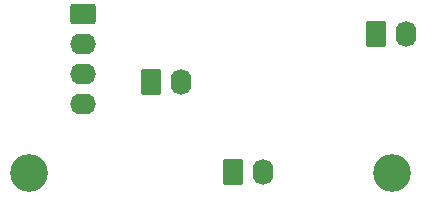
<source format=gbr>
%TF.GenerationSoftware,KiCad,Pcbnew,(6.0.1-0)*%
%TF.CreationDate,2023-07-04T10:19:12-04:00*%
%TF.ProjectId,Second Order Phase Shifter,5365636f-6e64-4204-9f72-646572205068,rev?*%
%TF.SameCoordinates,Original*%
%TF.FileFunction,Soldermask,Bot*%
%TF.FilePolarity,Negative*%
%FSLAX46Y46*%
G04 Gerber Fmt 4.6, Leading zero omitted, Abs format (unit mm)*
G04 Created by KiCad (PCBNEW (6.0.1-0)) date 2023-07-04 10:19:12*
%MOMM*%
%LPD*%
G01*
G04 APERTURE LIST*
G04 Aperture macros list*
%AMRoundRect*
0 Rectangle with rounded corners*
0 $1 Rounding radius*
0 $2 $3 $4 $5 $6 $7 $8 $9 X,Y pos of 4 corners*
0 Add a 4 corners polygon primitive as box body*
4,1,4,$2,$3,$4,$5,$6,$7,$8,$9,$2,$3,0*
0 Add four circle primitives for the rounded corners*
1,1,$1+$1,$2,$3*
1,1,$1+$1,$4,$5*
1,1,$1+$1,$6,$7*
1,1,$1+$1,$8,$9*
0 Add four rect primitives between the rounded corners*
20,1,$1+$1,$2,$3,$4,$5,0*
20,1,$1+$1,$4,$5,$6,$7,0*
20,1,$1+$1,$6,$7,$8,$9,0*
20,1,$1+$1,$8,$9,$2,$3,0*%
G04 Aperture macros list end*
%ADD10O,2.190000X1.740000*%
%ADD11RoundRect,0.250000X-0.845000X0.620000X-0.845000X-0.620000X0.845000X-0.620000X0.845000X0.620000X0*%
%ADD12RoundRect,0.250000X-0.620000X-0.845000X0.620000X-0.845000X0.620000X0.845000X-0.620000X0.845000X0*%
%ADD13O,1.740000X2.190000*%
%ADD14C,3.200000*%
G04 APERTURE END LIST*
D10*
%TO.C,J1*%
X128925000Y-113030000D03*
X128925000Y-110490000D03*
X128925000Y-107950000D03*
D11*
X128925000Y-105410000D03*
%TD*%
D12*
%TO.C,R3*%
X134620000Y-111145000D03*
D13*
X137160000Y-111145000D03*
%TD*%
%TO.C,R6*%
X144145000Y-118765000D03*
D12*
X141605000Y-118765000D03*
%TD*%
D13*
%TO.C,J2*%
X156210000Y-107081000D03*
D12*
X153670000Y-107081000D03*
%TD*%
D14*
%TO.C,H2*%
X124333000Y-118872000D03*
%TD*%
%TO.C,H1*%
X155067000Y-118872000D03*
%TD*%
M02*

</source>
